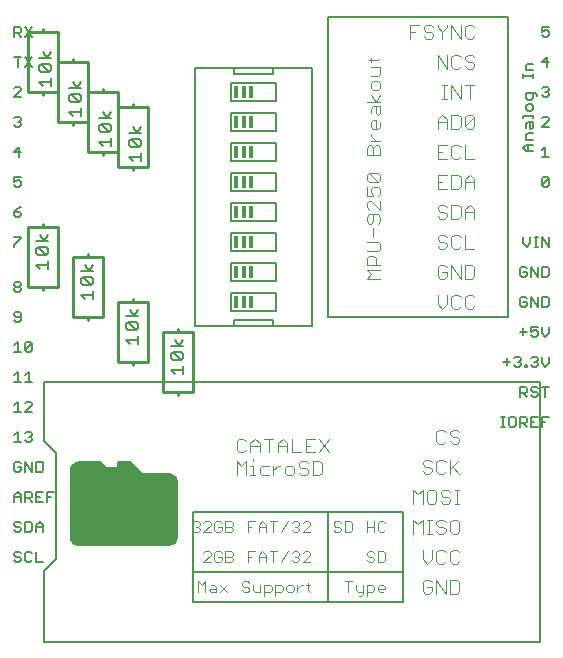
<source format=gto>
G75*
%MOIN*%
%OFA0B0*%
%FSLAX25Y25*%
%IPPOS*%
%LPD*%
%AMOC8*
5,1,8,0,0,1.08239X$1,22.5*
%
%ADD10C,0.00600*%
%ADD11C,0.01000*%
%ADD12C,0.00800*%
%ADD13R,0.01500X0.04000*%
%ADD14C,0.00500*%
%ADD15C,0.00400*%
%ADD16C,0.00300*%
D10*
X0021867Y0100824D02*
X0021300Y0101391D01*
X0021867Y0100824D02*
X0023001Y0100824D01*
X0023569Y0101391D01*
X0023569Y0101958D01*
X0023001Y0102525D01*
X0021867Y0102525D01*
X0021300Y0103092D01*
X0021300Y0103659D01*
X0021867Y0104227D01*
X0023001Y0104227D01*
X0023569Y0103659D01*
X0024983Y0103659D02*
X0024983Y0101391D01*
X0025550Y0100824D01*
X0026685Y0100824D01*
X0027252Y0101391D01*
X0028666Y0100824D02*
X0030935Y0100824D01*
X0028666Y0100824D02*
X0028666Y0104227D01*
X0027252Y0103659D02*
X0026685Y0104227D01*
X0025550Y0104227D01*
X0024983Y0103659D01*
X0024983Y0110824D02*
X0026685Y0110824D01*
X0027252Y0111391D01*
X0027252Y0113659D01*
X0026685Y0114227D01*
X0024983Y0114227D01*
X0024983Y0110824D01*
X0023569Y0111391D02*
X0023001Y0110824D01*
X0021867Y0110824D01*
X0021300Y0111391D01*
X0021867Y0112525D02*
X0021300Y0113092D01*
X0021300Y0113659D01*
X0021867Y0114227D01*
X0023001Y0114227D01*
X0023569Y0113659D01*
X0023001Y0112525D02*
X0023569Y0111958D01*
X0023569Y0111391D01*
X0023001Y0112525D02*
X0021867Y0112525D01*
X0028666Y0112525D02*
X0030935Y0112525D01*
X0030935Y0113092D02*
X0030935Y0110824D01*
X0030935Y0113092D02*
X0029801Y0114227D01*
X0028666Y0113092D01*
X0028666Y0110824D01*
X0028666Y0120824D02*
X0030935Y0120824D01*
X0032349Y0120824D02*
X0032349Y0124227D01*
X0034618Y0124227D01*
X0033484Y0122525D02*
X0032349Y0122525D01*
X0030935Y0124227D02*
X0028666Y0124227D01*
X0028666Y0120824D01*
X0027252Y0120824D02*
X0026117Y0121958D01*
X0026685Y0121958D02*
X0024983Y0121958D01*
X0024983Y0120824D02*
X0024983Y0124227D01*
X0026685Y0124227D01*
X0027252Y0123659D01*
X0027252Y0122525D01*
X0026685Y0121958D01*
X0028666Y0122525D02*
X0029801Y0122525D01*
X0023569Y0122525D02*
X0021300Y0122525D01*
X0021300Y0123092D02*
X0022434Y0124227D01*
X0023569Y0123092D01*
X0023569Y0120824D01*
X0021300Y0120824D02*
X0021300Y0123092D01*
X0021867Y0130824D02*
X0021300Y0131391D01*
X0021300Y0133659D01*
X0021867Y0134227D01*
X0023001Y0134227D01*
X0023569Y0133659D01*
X0023569Y0132525D02*
X0022434Y0132525D01*
X0023569Y0132525D02*
X0023569Y0131391D01*
X0023001Y0130824D01*
X0021867Y0130824D01*
X0024983Y0130824D02*
X0024983Y0134227D01*
X0027252Y0130824D01*
X0027252Y0134227D01*
X0028666Y0134227D02*
X0030368Y0134227D01*
X0030935Y0133659D01*
X0030935Y0131391D01*
X0030368Y0130824D01*
X0028666Y0130824D01*
X0028666Y0134227D01*
X0026685Y0140824D02*
X0025550Y0140824D01*
X0024983Y0141391D01*
X0023569Y0140824D02*
X0021300Y0140824D01*
X0022434Y0140824D02*
X0022434Y0144227D01*
X0021300Y0143092D01*
X0024983Y0143659D02*
X0025550Y0144227D01*
X0026685Y0144227D01*
X0027252Y0143659D01*
X0027252Y0143092D01*
X0026685Y0142525D01*
X0027252Y0141958D01*
X0027252Y0141391D01*
X0026685Y0140824D01*
X0026685Y0142525D02*
X0026117Y0142525D01*
X0024983Y0150824D02*
X0027252Y0153092D01*
X0027252Y0153659D01*
X0026685Y0154227D01*
X0025550Y0154227D01*
X0024983Y0153659D01*
X0022434Y0154227D02*
X0022434Y0150824D01*
X0021300Y0150824D02*
X0023569Y0150824D01*
X0024983Y0150824D02*
X0027252Y0150824D01*
X0022434Y0154227D02*
X0021300Y0153092D01*
X0021300Y0160824D02*
X0023569Y0160824D01*
X0022434Y0160824D02*
X0022434Y0164227D01*
X0021300Y0163092D01*
X0024983Y0163092D02*
X0026117Y0164227D01*
X0026117Y0160824D01*
X0024983Y0160824D02*
X0027252Y0160824D01*
X0026685Y0170824D02*
X0025550Y0170824D01*
X0024983Y0171391D01*
X0027252Y0173659D01*
X0027252Y0171391D01*
X0026685Y0170824D01*
X0024983Y0171391D02*
X0024983Y0173659D01*
X0025550Y0174227D01*
X0026685Y0174227D01*
X0027252Y0173659D01*
X0023569Y0170824D02*
X0021300Y0170824D01*
X0022434Y0170824D02*
X0022434Y0174227D01*
X0021300Y0173092D01*
X0021867Y0180824D02*
X0021300Y0181391D01*
X0021867Y0180824D02*
X0023001Y0180824D01*
X0023569Y0181391D01*
X0023569Y0183659D01*
X0023001Y0184227D01*
X0021867Y0184227D01*
X0021300Y0183659D01*
X0021300Y0183092D01*
X0021867Y0182525D01*
X0023569Y0182525D01*
X0023001Y0190824D02*
X0021867Y0190824D01*
X0021300Y0191391D01*
X0021300Y0191958D01*
X0021867Y0192525D01*
X0023001Y0192525D01*
X0023569Y0191958D01*
X0023569Y0191391D01*
X0023001Y0190824D01*
X0023001Y0192525D02*
X0023569Y0193092D01*
X0023569Y0193659D01*
X0023001Y0194227D01*
X0021867Y0194227D01*
X0021300Y0193659D01*
X0021300Y0193092D01*
X0021867Y0192525D01*
X0021300Y0205824D02*
X0021300Y0206391D01*
X0023569Y0208659D01*
X0023569Y0209227D01*
X0021300Y0209227D01*
X0021867Y0215824D02*
X0021300Y0216391D01*
X0021300Y0217525D01*
X0023001Y0217525D01*
X0023569Y0216958D01*
X0023569Y0216391D01*
X0023001Y0215824D01*
X0021867Y0215824D01*
X0021300Y0217525D02*
X0022434Y0218659D01*
X0023569Y0219227D01*
X0023001Y0225824D02*
X0021867Y0225824D01*
X0021300Y0226391D01*
X0021300Y0227525D02*
X0022434Y0228092D01*
X0023001Y0228092D01*
X0023569Y0227525D01*
X0023569Y0226391D01*
X0023001Y0225824D01*
X0021300Y0227525D02*
X0021300Y0229227D01*
X0023569Y0229227D01*
X0023001Y0235824D02*
X0023001Y0239227D01*
X0021300Y0237525D01*
X0023569Y0237525D01*
X0023001Y0245824D02*
X0021867Y0245824D01*
X0021300Y0246391D01*
X0022434Y0247525D02*
X0023001Y0247525D01*
X0023569Y0246958D01*
X0023569Y0246391D01*
X0023001Y0245824D01*
X0023001Y0247525D02*
X0023569Y0248092D01*
X0023569Y0248659D01*
X0023001Y0249227D01*
X0021867Y0249227D01*
X0021300Y0248659D01*
X0021300Y0255824D02*
X0023569Y0258092D01*
X0023569Y0258659D01*
X0023001Y0259227D01*
X0021867Y0259227D01*
X0021300Y0258659D01*
X0021300Y0255824D02*
X0023569Y0255824D01*
X0022434Y0265824D02*
X0022434Y0269227D01*
X0021300Y0269227D02*
X0023569Y0269227D01*
X0024983Y0269227D02*
X0027252Y0265824D01*
X0024983Y0265824D02*
X0027252Y0269227D01*
X0027252Y0275824D02*
X0024983Y0279227D01*
X0023569Y0278659D02*
X0023569Y0277525D01*
X0023001Y0276958D01*
X0021300Y0276958D01*
X0022434Y0276958D02*
X0023569Y0275824D01*
X0024983Y0275824D02*
X0027252Y0279227D01*
X0023569Y0278659D02*
X0023001Y0279227D01*
X0021300Y0279227D01*
X0021300Y0275824D01*
X0184276Y0167525D02*
X0186544Y0167525D01*
X0185410Y0168659D02*
X0185410Y0166391D01*
X0187959Y0166391D02*
X0188526Y0165824D01*
X0189660Y0165824D01*
X0190228Y0166391D01*
X0190228Y0166958D01*
X0189660Y0167525D01*
X0189093Y0167525D01*
X0189660Y0167525D02*
X0190228Y0168092D01*
X0190228Y0168659D01*
X0189660Y0169227D01*
X0188526Y0169227D01*
X0187959Y0168659D01*
X0191642Y0166391D02*
X0192209Y0166391D01*
X0192209Y0165824D01*
X0191642Y0165824D01*
X0191642Y0166391D01*
X0193484Y0166391D02*
X0194051Y0165824D01*
X0195185Y0165824D01*
X0195752Y0166391D01*
X0195752Y0166958D01*
X0195185Y0167525D01*
X0194618Y0167525D01*
X0195185Y0167525D02*
X0195752Y0168092D01*
X0195752Y0168659D01*
X0195185Y0169227D01*
X0194051Y0169227D01*
X0193484Y0168659D01*
X0197167Y0169227D02*
X0197167Y0166958D01*
X0198301Y0165824D01*
X0199435Y0166958D01*
X0199435Y0169227D01*
X0198301Y0175824D02*
X0199435Y0176958D01*
X0199435Y0179227D01*
X0197167Y0179227D02*
X0197167Y0176958D01*
X0198301Y0175824D01*
X0195752Y0176391D02*
X0195185Y0175824D01*
X0194051Y0175824D01*
X0193484Y0176391D01*
X0193484Y0177525D02*
X0194618Y0178092D01*
X0195185Y0178092D01*
X0195752Y0177525D01*
X0195752Y0176391D01*
X0193484Y0177525D02*
X0193484Y0179227D01*
X0195752Y0179227D01*
X0192069Y0177525D02*
X0189801Y0177525D01*
X0190935Y0178659D02*
X0190935Y0176391D01*
X0191502Y0185824D02*
X0192069Y0186391D01*
X0192069Y0187525D01*
X0190935Y0187525D01*
X0192069Y0188659D02*
X0191502Y0189227D01*
X0190368Y0189227D01*
X0189801Y0188659D01*
X0189801Y0186391D01*
X0190368Y0185824D01*
X0191502Y0185824D01*
X0193484Y0185824D02*
X0193484Y0189227D01*
X0195752Y0185824D01*
X0195752Y0189227D01*
X0197167Y0189227D02*
X0197167Y0185824D01*
X0198868Y0185824D01*
X0199435Y0186391D01*
X0199435Y0188659D01*
X0198868Y0189227D01*
X0197167Y0189227D01*
X0197167Y0195824D02*
X0198868Y0195824D01*
X0199435Y0196391D01*
X0199435Y0198659D01*
X0198868Y0199227D01*
X0197167Y0199227D01*
X0197167Y0195824D01*
X0195752Y0195824D02*
X0195752Y0199227D01*
X0193484Y0199227D02*
X0193484Y0195824D01*
X0192069Y0196391D02*
X0192069Y0197525D01*
X0190935Y0197525D01*
X0192069Y0196391D02*
X0191502Y0195824D01*
X0190368Y0195824D01*
X0189801Y0196391D01*
X0189801Y0198659D01*
X0190368Y0199227D01*
X0191502Y0199227D01*
X0192069Y0198659D01*
X0193484Y0199227D02*
X0195752Y0195824D01*
X0195846Y0205824D02*
X0194711Y0205824D01*
X0195279Y0205824D02*
X0195279Y0209227D01*
X0195846Y0209227D02*
X0194711Y0209227D01*
X0193297Y0209227D02*
X0193297Y0206958D01*
X0192163Y0205824D01*
X0191028Y0206958D01*
X0191028Y0209227D01*
X0197167Y0209227D02*
X0197167Y0205824D01*
X0199435Y0205824D02*
X0197167Y0209227D01*
X0199435Y0209227D02*
X0199435Y0205824D01*
X0198868Y0225824D02*
X0197734Y0225824D01*
X0197167Y0226391D01*
X0199435Y0228659D01*
X0199435Y0226391D01*
X0198868Y0225824D01*
X0197167Y0226391D02*
X0197167Y0228659D01*
X0197734Y0229227D01*
X0198868Y0229227D01*
X0199435Y0228659D01*
X0199435Y0235824D02*
X0197167Y0235824D01*
X0198301Y0235824D02*
X0198301Y0239227D01*
X0197167Y0238092D01*
X0194250Y0237631D02*
X0191981Y0237631D01*
X0190847Y0238765D01*
X0191981Y0239899D01*
X0194250Y0239899D01*
X0194250Y0241314D02*
X0191981Y0241314D01*
X0191981Y0243015D01*
X0192549Y0243582D01*
X0194250Y0243582D01*
X0193683Y0244997D02*
X0194250Y0245564D01*
X0194250Y0247266D01*
X0192549Y0247266D01*
X0191981Y0246698D01*
X0191981Y0245564D01*
X0193116Y0245564D02*
X0193116Y0247266D01*
X0193116Y0245564D02*
X0193683Y0244997D01*
X0194250Y0248680D02*
X0194250Y0249814D01*
X0194250Y0249247D02*
X0190847Y0249247D01*
X0190847Y0248680D01*
X0192549Y0251136D02*
X0193683Y0251136D01*
X0194250Y0251703D01*
X0194250Y0252837D01*
X0193683Y0253404D01*
X0192549Y0253404D01*
X0191981Y0252837D01*
X0191981Y0251703D01*
X0192549Y0251136D01*
X0192549Y0254819D02*
X0193683Y0254819D01*
X0194250Y0255386D01*
X0194250Y0257087D01*
X0194817Y0257087D02*
X0191981Y0257087D01*
X0191981Y0255386D01*
X0192549Y0254819D01*
X0195384Y0255953D02*
X0195384Y0256520D01*
X0194817Y0257087D01*
X0197167Y0256391D02*
X0197734Y0255824D01*
X0198868Y0255824D01*
X0199435Y0256391D01*
X0199435Y0256958D01*
X0198868Y0257525D01*
X0198301Y0257525D01*
X0198868Y0257525D02*
X0199435Y0258092D01*
X0199435Y0258659D01*
X0198868Y0259227D01*
X0197734Y0259227D01*
X0197167Y0258659D01*
X0194250Y0262185D02*
X0194250Y0263319D01*
X0194250Y0262752D02*
X0190847Y0262752D01*
X0190847Y0262185D02*
X0190847Y0263319D01*
X0191981Y0264640D02*
X0191981Y0266342D01*
X0192549Y0266909D01*
X0194250Y0266909D01*
X0194250Y0264640D02*
X0191981Y0264640D01*
X0197167Y0267525D02*
X0199435Y0267525D01*
X0198868Y0265824D02*
X0198868Y0269227D01*
X0197167Y0267525D01*
X0197734Y0275824D02*
X0197167Y0276391D01*
X0197734Y0275824D02*
X0198868Y0275824D01*
X0199435Y0276391D01*
X0199435Y0277525D01*
X0198868Y0278092D01*
X0198301Y0278092D01*
X0197167Y0277525D01*
X0197167Y0279227D01*
X0199435Y0279227D01*
X0198868Y0249227D02*
X0197734Y0249227D01*
X0197167Y0248659D01*
X0198868Y0249227D02*
X0199435Y0248659D01*
X0199435Y0248092D01*
X0197167Y0245824D01*
X0199435Y0245824D01*
X0192549Y0239899D02*
X0192549Y0237631D01*
X0191502Y0159227D02*
X0192069Y0158659D01*
X0192069Y0157525D01*
X0191502Y0156958D01*
X0189801Y0156958D01*
X0190935Y0156958D02*
X0192069Y0155824D01*
X0193484Y0156391D02*
X0194051Y0155824D01*
X0195185Y0155824D01*
X0195752Y0156391D01*
X0195752Y0156958D01*
X0195185Y0157525D01*
X0194051Y0157525D01*
X0193484Y0158092D01*
X0193484Y0158659D01*
X0194051Y0159227D01*
X0195185Y0159227D01*
X0195752Y0158659D01*
X0197167Y0159227D02*
X0199435Y0159227D01*
X0198301Y0159227D02*
X0198301Y0155824D01*
X0197167Y0149227D02*
X0199435Y0149227D01*
X0198301Y0147525D02*
X0197167Y0147525D01*
X0197167Y0145824D02*
X0197167Y0149227D01*
X0195752Y0149227D02*
X0193484Y0149227D01*
X0193484Y0145824D01*
X0195752Y0145824D01*
X0194618Y0147525D02*
X0193484Y0147525D01*
X0192069Y0147525D02*
X0191502Y0146958D01*
X0189801Y0146958D01*
X0190935Y0146958D02*
X0192069Y0145824D01*
X0192069Y0147525D02*
X0192069Y0148659D01*
X0191502Y0149227D01*
X0189801Y0149227D01*
X0189801Y0145824D01*
X0188386Y0146391D02*
X0188386Y0148659D01*
X0187819Y0149227D01*
X0186685Y0149227D01*
X0186117Y0148659D01*
X0186117Y0146391D01*
X0186685Y0145824D01*
X0187819Y0145824D01*
X0188386Y0146391D01*
X0184796Y0145824D02*
X0183662Y0145824D01*
X0184229Y0145824D02*
X0184229Y0149227D01*
X0183662Y0149227D02*
X0184796Y0149227D01*
X0189801Y0155824D02*
X0189801Y0159227D01*
X0191502Y0159227D01*
D11*
X0081000Y0157524D02*
X0076000Y0157524D01*
X0076000Y0156524D01*
X0076000Y0157524D02*
X0071000Y0157524D01*
X0071000Y0177524D01*
X0076000Y0177524D01*
X0076000Y0178524D01*
X0076000Y0177524D02*
X0081000Y0177524D01*
X0081000Y0157524D01*
X0066000Y0167524D02*
X0061000Y0167524D01*
X0061000Y0166524D01*
X0061000Y0167524D02*
X0056000Y0167524D01*
X0056000Y0187524D01*
X0061000Y0187524D01*
X0061000Y0188524D01*
X0061000Y0187524D02*
X0066000Y0187524D01*
X0066000Y0167524D01*
X0051000Y0182524D02*
X0046000Y0182524D01*
X0046000Y0181524D01*
X0046000Y0182524D02*
X0041000Y0182524D01*
X0041000Y0202524D01*
X0046000Y0202524D01*
X0046000Y0203524D01*
X0046000Y0202524D02*
X0051000Y0202524D01*
X0051000Y0182524D01*
X0036000Y0192524D02*
X0031000Y0192524D01*
X0031000Y0191524D01*
X0031000Y0192524D02*
X0026000Y0192524D01*
X0026000Y0212524D01*
X0031000Y0212524D01*
X0031000Y0213524D01*
X0031000Y0212524D02*
X0036000Y0212524D01*
X0036000Y0192524D01*
X0056000Y0232524D02*
X0061000Y0232524D01*
X0061000Y0231524D01*
X0061000Y0232524D02*
X0066000Y0232524D01*
X0066000Y0252524D01*
X0061000Y0252524D01*
X0061000Y0253524D01*
X0061000Y0252524D02*
X0056000Y0252524D01*
X0056000Y0232524D01*
X0056000Y0237524D02*
X0051000Y0237524D01*
X0051000Y0236524D01*
X0051000Y0237524D02*
X0046000Y0237524D01*
X0046000Y0257524D01*
X0051000Y0257524D01*
X0051000Y0258524D01*
X0051000Y0257524D02*
X0056000Y0257524D01*
X0056000Y0237524D01*
X0046000Y0247524D02*
X0041000Y0247524D01*
X0041000Y0246524D01*
X0041000Y0247524D02*
X0036000Y0247524D01*
X0036000Y0267524D01*
X0041000Y0267524D01*
X0041000Y0268524D01*
X0041000Y0267524D02*
X0046000Y0267524D01*
X0046000Y0247524D01*
X0036000Y0257524D02*
X0031000Y0257524D01*
X0031000Y0256524D01*
X0031000Y0257524D02*
X0026000Y0257524D01*
X0026000Y0277524D01*
X0031000Y0277524D01*
X0031000Y0278524D01*
X0031000Y0277524D02*
X0036000Y0277524D01*
X0036000Y0257524D01*
D12*
X0033600Y0259424D02*
X0033600Y0262226D01*
X0033600Y0260825D02*
X0029396Y0260825D01*
X0030798Y0259424D01*
X0030097Y0264028D02*
X0029396Y0264728D01*
X0029396Y0266129D01*
X0030097Y0266830D01*
X0032899Y0264028D01*
X0033600Y0264728D01*
X0033600Y0266129D01*
X0032899Y0266830D01*
X0030097Y0266830D01*
X0029396Y0268631D02*
X0033600Y0268631D01*
X0032199Y0268631D02*
X0033600Y0270733D01*
X0032199Y0268631D02*
X0030798Y0270733D01*
X0030097Y0264028D02*
X0032899Y0264028D01*
X0039396Y0258631D02*
X0043600Y0258631D01*
X0042199Y0258631D02*
X0043600Y0260733D01*
X0042199Y0258631D02*
X0040798Y0260733D01*
X0040097Y0256830D02*
X0042899Y0254028D01*
X0043600Y0254728D01*
X0043600Y0256129D01*
X0042899Y0256830D01*
X0040097Y0256830D01*
X0039396Y0256129D01*
X0039396Y0254728D01*
X0040097Y0254028D01*
X0042899Y0254028D01*
X0043600Y0252226D02*
X0043600Y0249424D01*
X0043600Y0250825D02*
X0039396Y0250825D01*
X0040798Y0249424D01*
X0049396Y0248631D02*
X0053600Y0248631D01*
X0052199Y0248631D02*
X0050798Y0250733D01*
X0052199Y0248631D02*
X0053600Y0250733D01*
X0052899Y0246830D02*
X0053600Y0246129D01*
X0053600Y0244728D01*
X0052899Y0244028D01*
X0050097Y0246830D01*
X0052899Y0246830D01*
X0052899Y0244028D02*
X0050097Y0244028D01*
X0049396Y0244728D01*
X0049396Y0246129D01*
X0050097Y0246830D01*
X0053600Y0242226D02*
X0053600Y0239424D01*
X0053600Y0240825D02*
X0049396Y0240825D01*
X0050798Y0239424D01*
X0059396Y0239728D02*
X0059396Y0241129D01*
X0060097Y0241830D01*
X0062899Y0239028D01*
X0063600Y0239728D01*
X0063600Y0241129D01*
X0062899Y0241830D01*
X0060097Y0241830D01*
X0059396Y0243631D02*
X0063600Y0243631D01*
X0062199Y0243631D02*
X0063600Y0245733D01*
X0062199Y0243631D02*
X0060798Y0245733D01*
X0059396Y0239728D02*
X0060097Y0239028D01*
X0062899Y0239028D01*
X0063600Y0237226D02*
X0063600Y0234424D01*
X0063600Y0235825D02*
X0059396Y0235825D01*
X0060798Y0234424D01*
X0081500Y0265524D02*
X0094500Y0265524D01*
X0107500Y0265524D01*
X0107500Y0263524D01*
X0094500Y0263524D01*
X0094500Y0265524D01*
X0093500Y0260524D02*
X0093500Y0254524D01*
X0108500Y0254524D01*
X0108500Y0260524D01*
X0093500Y0260524D01*
X0093500Y0250524D02*
X0093500Y0244524D01*
X0108500Y0244524D01*
X0108500Y0250524D01*
X0093500Y0250524D01*
X0093500Y0240524D02*
X0093500Y0234524D01*
X0108500Y0234524D01*
X0108500Y0240524D01*
X0093500Y0240524D01*
X0093500Y0230524D02*
X0093500Y0224524D01*
X0108500Y0224524D01*
X0108500Y0230524D01*
X0093500Y0230524D01*
X0093500Y0220524D02*
X0093500Y0214524D01*
X0108500Y0214524D01*
X0108500Y0220524D01*
X0093500Y0220524D01*
X0093500Y0210524D02*
X0093500Y0204524D01*
X0108500Y0204524D01*
X0108500Y0210524D01*
X0093500Y0210524D01*
X0093500Y0200524D02*
X0093500Y0194524D01*
X0108500Y0194524D01*
X0108500Y0200524D01*
X0093500Y0200524D01*
X0093500Y0190524D02*
X0093500Y0184524D01*
X0108500Y0184524D01*
X0108500Y0190524D01*
X0093500Y0190524D01*
X0094500Y0181524D02*
X0094500Y0179524D01*
X0107500Y0179524D01*
X0120500Y0179524D01*
X0120500Y0265524D01*
X0107500Y0265524D01*
X0081500Y0265524D02*
X0081500Y0179524D01*
X0094500Y0179524D01*
X0094500Y0181524D02*
X0107500Y0181524D01*
X0107500Y0179524D01*
X0077600Y0174689D02*
X0076199Y0172587D01*
X0074798Y0174689D01*
X0073396Y0172587D02*
X0077600Y0172587D01*
X0076899Y0170785D02*
X0077600Y0170085D01*
X0077600Y0168684D01*
X0076899Y0167983D01*
X0074097Y0170785D01*
X0076899Y0170785D01*
X0076899Y0167983D02*
X0074097Y0167983D01*
X0073396Y0168684D01*
X0073396Y0170085D01*
X0074097Y0170785D01*
X0077600Y0166182D02*
X0077600Y0163379D01*
X0077600Y0164780D02*
X0073396Y0164780D01*
X0074798Y0163379D01*
X0062600Y0173379D02*
X0062600Y0176182D01*
X0062600Y0174780D02*
X0058396Y0174780D01*
X0059798Y0173379D01*
X0059097Y0177983D02*
X0058396Y0178684D01*
X0058396Y0180085D01*
X0059097Y0180785D01*
X0061899Y0177983D01*
X0062600Y0178684D01*
X0062600Y0180085D01*
X0061899Y0180785D01*
X0059097Y0180785D01*
X0058396Y0182587D02*
X0062600Y0182587D01*
X0061199Y0182587D02*
X0062600Y0184689D01*
X0061199Y0182587D02*
X0059798Y0184689D01*
X0059097Y0177983D02*
X0061899Y0177983D01*
X0047600Y0188379D02*
X0047600Y0191182D01*
X0047600Y0189780D02*
X0043396Y0189780D01*
X0044798Y0188379D01*
X0044097Y0192983D02*
X0043396Y0193684D01*
X0043396Y0195085D01*
X0044097Y0195785D01*
X0046899Y0192983D01*
X0047600Y0193684D01*
X0047600Y0195085D01*
X0046899Y0195785D01*
X0044097Y0195785D01*
X0043396Y0197587D02*
X0047600Y0197587D01*
X0046199Y0197587D02*
X0044798Y0199689D01*
X0046199Y0197587D02*
X0047600Y0199689D01*
X0046899Y0192983D02*
X0044097Y0192983D01*
X0032600Y0198379D02*
X0032600Y0201182D01*
X0032600Y0199780D02*
X0028396Y0199780D01*
X0029798Y0198379D01*
X0029097Y0202983D02*
X0028396Y0203684D01*
X0028396Y0205085D01*
X0029097Y0205785D01*
X0031899Y0202983D01*
X0032600Y0203684D01*
X0032600Y0205085D01*
X0031899Y0205785D01*
X0029097Y0205785D01*
X0028396Y0207587D02*
X0032600Y0207587D01*
X0031199Y0207587D02*
X0029798Y0209689D01*
X0031199Y0207587D02*
X0032600Y0209689D01*
X0031899Y0202983D02*
X0029097Y0202983D01*
D13*
X0095250Y0207524D03*
X0097750Y0207524D03*
X0100250Y0207524D03*
X0100250Y0217524D03*
X0097750Y0217524D03*
X0095250Y0217524D03*
X0095250Y0227524D03*
X0097750Y0227524D03*
X0100250Y0227524D03*
X0100250Y0237524D03*
X0097750Y0237524D03*
X0095250Y0237524D03*
X0095250Y0247524D03*
X0097750Y0247524D03*
X0100250Y0247524D03*
X0100250Y0257524D03*
X0097750Y0257524D03*
X0095250Y0257524D03*
X0095250Y0197524D03*
X0097750Y0197524D03*
X0100250Y0197524D03*
X0100250Y0187524D03*
X0097750Y0187524D03*
X0095250Y0187524D03*
D14*
X0031236Y0097839D02*
X0031236Y0074217D01*
X0196591Y0074217D01*
X0196591Y0160831D01*
X0031236Y0160831D01*
X0031236Y0141146D01*
X0035173Y0137209D01*
X0035173Y0101776D01*
X0031236Y0097839D01*
X0040910Y0107197D02*
X0040564Y0107619D01*
X0040306Y0108100D01*
X0040148Y0108623D01*
X0040094Y0109166D01*
X0040094Y0131157D01*
X0040148Y0131700D01*
X0040306Y0132222D01*
X0040564Y0132704D01*
X0040910Y0133126D01*
X0041332Y0133472D01*
X0041813Y0133729D01*
X0042335Y0133887D01*
X0042878Y0133941D01*
X0049937Y0133941D01*
X0051906Y0131972D01*
X0055843Y0131972D01*
X0055843Y0133941D01*
X0059780Y0133941D01*
X0063717Y0130004D01*
X0072744Y0130004D01*
X0073287Y0129950D01*
X0073809Y0129792D01*
X0074290Y0129535D01*
X0074712Y0129189D01*
X0075058Y0128767D01*
X0075316Y0128285D01*
X0075474Y0127763D01*
X0075528Y0127220D01*
X0075528Y0109166D01*
X0075474Y0108623D01*
X0075316Y0108100D01*
X0075058Y0107619D01*
X0074712Y0107197D01*
X0074290Y0106851D01*
X0073809Y0106594D01*
X0073287Y0106435D01*
X0072744Y0106382D01*
X0042878Y0106382D01*
X0042335Y0106435D01*
X0041813Y0106594D01*
X0041332Y0106851D01*
X0040910Y0107197D01*
X0040911Y0107196D02*
X0074711Y0107196D01*
X0075099Y0107695D02*
X0040523Y0107695D01*
X0040278Y0108193D02*
X0075344Y0108193D01*
X0075481Y0108692D02*
X0040141Y0108692D01*
X0040094Y0109190D02*
X0075528Y0109190D01*
X0075528Y0109689D02*
X0040094Y0109689D01*
X0040094Y0110187D02*
X0075528Y0110187D01*
X0075528Y0110686D02*
X0040094Y0110686D01*
X0040094Y0111184D02*
X0075528Y0111184D01*
X0075528Y0111683D02*
X0040094Y0111683D01*
X0040094Y0112181D02*
X0075528Y0112181D01*
X0075528Y0112680D02*
X0040094Y0112680D01*
X0040094Y0113178D02*
X0075528Y0113178D01*
X0075528Y0113677D02*
X0040094Y0113677D01*
X0040094Y0114175D02*
X0075528Y0114175D01*
X0075528Y0114674D02*
X0040094Y0114674D01*
X0040094Y0115172D02*
X0075528Y0115172D01*
X0075528Y0115671D02*
X0040094Y0115671D01*
X0040094Y0116169D02*
X0075528Y0116169D01*
X0075528Y0116668D02*
X0040094Y0116668D01*
X0040094Y0117166D02*
X0075528Y0117166D01*
X0075528Y0117665D02*
X0040094Y0117665D01*
X0040094Y0118163D02*
X0075528Y0118163D01*
X0075528Y0118662D02*
X0040094Y0118662D01*
X0040094Y0119160D02*
X0075528Y0119160D01*
X0075528Y0119659D02*
X0040094Y0119659D01*
X0040094Y0120157D02*
X0075528Y0120157D01*
X0075528Y0120656D02*
X0040094Y0120656D01*
X0040094Y0121154D02*
X0075528Y0121154D01*
X0075528Y0121653D02*
X0040094Y0121653D01*
X0040094Y0122151D02*
X0075528Y0122151D01*
X0075528Y0122650D02*
X0040094Y0122650D01*
X0040094Y0123148D02*
X0075528Y0123148D01*
X0075528Y0123647D02*
X0040094Y0123647D01*
X0040094Y0124145D02*
X0075528Y0124145D01*
X0075528Y0124644D02*
X0040094Y0124644D01*
X0040094Y0125143D02*
X0075528Y0125143D01*
X0075528Y0125641D02*
X0040094Y0125641D01*
X0040094Y0126140D02*
X0075528Y0126140D01*
X0075528Y0126638D02*
X0040094Y0126638D01*
X0040094Y0127137D02*
X0075528Y0127137D01*
X0075487Y0127635D02*
X0040094Y0127635D01*
X0040094Y0128134D02*
X0075362Y0128134D01*
X0075130Y0128632D02*
X0040094Y0128632D01*
X0040094Y0129131D02*
X0074760Y0129131D01*
X0074114Y0129629D02*
X0040094Y0129629D01*
X0040094Y0130128D02*
X0063593Y0130128D01*
X0063094Y0130626D02*
X0040094Y0130626D01*
X0040094Y0131125D02*
X0062596Y0131125D01*
X0062097Y0131623D02*
X0040140Y0131623D01*
X0040276Y0132122D02*
X0051756Y0132122D01*
X0051258Y0132620D02*
X0040519Y0132620D01*
X0040904Y0133119D02*
X0050759Y0133119D01*
X0050261Y0133617D02*
X0041604Y0133617D01*
X0055843Y0133617D02*
X0060103Y0133617D01*
X0060602Y0133119D02*
X0055843Y0133119D01*
X0055843Y0132620D02*
X0061100Y0132620D01*
X0061599Y0132122D02*
X0055843Y0132122D01*
X0041619Y0106698D02*
X0074003Y0106698D01*
X0081000Y0097524D02*
X0126000Y0097524D01*
X0151000Y0097524D01*
X0151000Y0117524D01*
X0126000Y0117524D01*
X0126000Y0097524D01*
X0126000Y0087524D01*
X0151000Y0087524D01*
X0151000Y0097524D01*
X0126000Y0087524D02*
X0081000Y0087524D01*
X0081000Y0097524D01*
X0081000Y0117524D01*
X0126000Y0117524D01*
X0126000Y0182524D02*
X0126000Y0282524D01*
X0186000Y0282524D01*
X0186000Y0182524D01*
X0126000Y0182524D01*
D15*
X0138696Y0195125D02*
X0140231Y0196659D01*
X0138696Y0198194D01*
X0143300Y0198194D01*
X0143300Y0199729D02*
X0138696Y0199729D01*
X0138696Y0202031D01*
X0139463Y0202798D01*
X0140998Y0202798D01*
X0141765Y0202031D01*
X0141765Y0199729D01*
X0142533Y0204333D02*
X0143300Y0205100D01*
X0143300Y0206635D01*
X0142533Y0207402D01*
X0138696Y0207402D01*
X0140998Y0208937D02*
X0140998Y0212006D01*
X0140231Y0213541D02*
X0140998Y0214308D01*
X0140998Y0216610D01*
X0139463Y0216610D02*
X0138696Y0215842D01*
X0138696Y0214308D01*
X0139463Y0213541D01*
X0140231Y0213541D01*
X0142533Y0213541D02*
X0143300Y0214308D01*
X0143300Y0215842D01*
X0142533Y0216610D01*
X0139463Y0216610D01*
X0139463Y0218144D02*
X0138696Y0218912D01*
X0138696Y0220446D01*
X0139463Y0221214D01*
X0140231Y0221214D01*
X0143300Y0218144D01*
X0143300Y0221214D01*
X0142533Y0222748D02*
X0143300Y0223516D01*
X0143300Y0225050D01*
X0142533Y0225818D01*
X0140998Y0225818D01*
X0140231Y0225050D01*
X0140231Y0224283D01*
X0140998Y0222748D01*
X0138696Y0222748D01*
X0138696Y0225818D01*
X0139463Y0227352D02*
X0138696Y0228120D01*
X0138696Y0229654D01*
X0139463Y0230422D01*
X0142533Y0227352D01*
X0143300Y0228120D01*
X0143300Y0229654D01*
X0142533Y0230422D01*
X0139463Y0230422D01*
X0139463Y0227352D02*
X0142533Y0227352D01*
X0143300Y0236560D02*
X0138696Y0236560D01*
X0138696Y0238862D01*
X0139463Y0239629D01*
X0140231Y0239629D01*
X0140998Y0238862D01*
X0140998Y0236560D01*
X0143300Y0236560D02*
X0143300Y0238862D01*
X0142533Y0239629D01*
X0141765Y0239629D01*
X0140998Y0238862D01*
X0140231Y0241164D02*
X0143300Y0241164D01*
X0141765Y0241164D02*
X0140231Y0242699D01*
X0140231Y0243466D01*
X0140998Y0245001D02*
X0140231Y0245768D01*
X0140231Y0247303D01*
X0140998Y0248070D01*
X0141765Y0248070D01*
X0141765Y0245001D01*
X0140998Y0245001D02*
X0142533Y0245001D01*
X0143300Y0245768D01*
X0143300Y0247303D01*
X0142533Y0249605D02*
X0141765Y0250372D01*
X0141765Y0252674D01*
X0140998Y0252674D02*
X0143300Y0252674D01*
X0143300Y0250372D01*
X0142533Y0249605D01*
X0140231Y0250372D02*
X0140231Y0251907D01*
X0140998Y0252674D01*
X0141765Y0254209D02*
X0140231Y0256510D01*
X0140998Y0258045D02*
X0142533Y0258045D01*
X0143300Y0258812D01*
X0143300Y0260347D01*
X0142533Y0261114D01*
X0140998Y0261114D01*
X0140231Y0260347D01*
X0140231Y0258812D01*
X0140998Y0258045D01*
X0143300Y0256510D02*
X0141765Y0254209D01*
X0143300Y0254209D02*
X0138696Y0254209D01*
X0140231Y0262649D02*
X0142533Y0262649D01*
X0143300Y0263416D01*
X0143300Y0265718D01*
X0140231Y0265718D01*
X0140231Y0267253D02*
X0140231Y0268788D01*
X0139463Y0268020D02*
X0142533Y0268020D01*
X0143300Y0268788D01*
X0153180Y0275224D02*
X0153180Y0279828D01*
X0156250Y0279828D01*
X0157784Y0279060D02*
X0157784Y0278293D01*
X0158552Y0277526D01*
X0160086Y0277526D01*
X0160854Y0276758D01*
X0160854Y0275991D01*
X0160086Y0275224D01*
X0158552Y0275224D01*
X0157784Y0275991D01*
X0157784Y0279060D02*
X0158552Y0279828D01*
X0160086Y0279828D01*
X0160854Y0279060D01*
X0162388Y0279060D02*
X0163923Y0277526D01*
X0163923Y0275224D01*
X0163923Y0277526D02*
X0165457Y0279060D01*
X0165457Y0279828D01*
X0166992Y0279828D02*
X0170061Y0275224D01*
X0170061Y0279828D01*
X0171596Y0279060D02*
X0171596Y0275991D01*
X0172363Y0275224D01*
X0173898Y0275224D01*
X0174665Y0275991D01*
X0174665Y0279060D02*
X0173898Y0279828D01*
X0172363Y0279828D01*
X0171596Y0279060D01*
X0166992Y0279828D02*
X0166992Y0275224D01*
X0167759Y0269828D02*
X0166992Y0269060D01*
X0166992Y0265991D01*
X0167759Y0265224D01*
X0169294Y0265224D01*
X0170061Y0265991D01*
X0171596Y0265991D02*
X0172363Y0265224D01*
X0173898Y0265224D01*
X0174665Y0265991D01*
X0174665Y0266758D01*
X0173898Y0267526D01*
X0172363Y0267526D01*
X0171596Y0268293D01*
X0171596Y0269060D01*
X0172363Y0269828D01*
X0173898Y0269828D01*
X0174665Y0269060D01*
X0170061Y0269060D02*
X0169294Y0269828D01*
X0167759Y0269828D01*
X0165457Y0269828D02*
X0165457Y0265224D01*
X0162388Y0269828D01*
X0162388Y0265224D01*
X0163923Y0259828D02*
X0165457Y0259828D01*
X0164690Y0259828D02*
X0164690Y0255224D01*
X0163923Y0255224D02*
X0165457Y0255224D01*
X0166992Y0255224D02*
X0166992Y0259828D01*
X0170061Y0255224D01*
X0170061Y0259828D01*
X0171596Y0259828D02*
X0174665Y0259828D01*
X0173131Y0259828D02*
X0173131Y0255224D01*
X0172363Y0249828D02*
X0173898Y0249828D01*
X0174665Y0249060D01*
X0171596Y0245991D01*
X0172363Y0245224D01*
X0173898Y0245224D01*
X0174665Y0245991D01*
X0174665Y0249060D01*
X0172363Y0249828D02*
X0171596Y0249060D01*
X0171596Y0245991D01*
X0170061Y0245991D02*
X0170061Y0249060D01*
X0169294Y0249828D01*
X0166992Y0249828D01*
X0166992Y0245224D01*
X0169294Y0245224D01*
X0170061Y0245991D01*
X0169294Y0239828D02*
X0167759Y0239828D01*
X0166992Y0239060D01*
X0166992Y0235991D01*
X0167759Y0235224D01*
X0169294Y0235224D01*
X0170061Y0235991D01*
X0171596Y0235224D02*
X0174665Y0235224D01*
X0171596Y0235224D02*
X0171596Y0239828D01*
X0170061Y0239060D02*
X0169294Y0239828D01*
X0165457Y0239828D02*
X0162388Y0239828D01*
X0162388Y0235224D01*
X0165457Y0235224D01*
X0163923Y0237526D02*
X0162388Y0237526D01*
X0162388Y0245224D02*
X0162388Y0248293D01*
X0163923Y0249828D01*
X0165457Y0248293D01*
X0165457Y0245224D01*
X0165457Y0247526D02*
X0162388Y0247526D01*
X0162388Y0229828D02*
X0162388Y0225224D01*
X0165457Y0225224D01*
X0166992Y0225224D02*
X0169294Y0225224D01*
X0170061Y0225991D01*
X0170061Y0229060D01*
X0169294Y0229828D01*
X0166992Y0229828D01*
X0166992Y0225224D01*
X0163923Y0227526D02*
X0162388Y0227526D01*
X0162388Y0229828D02*
X0165457Y0229828D01*
X0171596Y0228293D02*
X0171596Y0225224D01*
X0171596Y0227526D02*
X0174665Y0227526D01*
X0174665Y0228293D02*
X0174665Y0225224D01*
X0174665Y0228293D02*
X0173131Y0229828D01*
X0171596Y0228293D01*
X0173131Y0219828D02*
X0171596Y0218293D01*
X0171596Y0215224D01*
X0170061Y0215991D02*
X0170061Y0219060D01*
X0169294Y0219828D01*
X0166992Y0219828D01*
X0166992Y0215224D01*
X0169294Y0215224D01*
X0170061Y0215991D01*
X0171596Y0217526D02*
X0174665Y0217526D01*
X0174665Y0218293D02*
X0174665Y0215224D01*
X0174665Y0218293D02*
X0173131Y0219828D01*
X0165457Y0219060D02*
X0164690Y0219828D01*
X0163156Y0219828D01*
X0162388Y0219060D01*
X0162388Y0218293D01*
X0163156Y0217526D01*
X0164690Y0217526D01*
X0165457Y0216758D01*
X0165457Y0215991D01*
X0164690Y0215224D01*
X0163156Y0215224D01*
X0162388Y0215991D01*
X0163156Y0209828D02*
X0162388Y0209060D01*
X0162388Y0208293D01*
X0163156Y0207526D01*
X0164690Y0207526D01*
X0165457Y0206758D01*
X0165457Y0205991D01*
X0164690Y0205224D01*
X0163156Y0205224D01*
X0162388Y0205991D01*
X0163156Y0209828D02*
X0164690Y0209828D01*
X0165457Y0209060D01*
X0166992Y0209060D02*
X0166992Y0205991D01*
X0167759Y0205224D01*
X0169294Y0205224D01*
X0170061Y0205991D01*
X0171596Y0205224D02*
X0174665Y0205224D01*
X0171596Y0205224D02*
X0171596Y0209828D01*
X0170061Y0209060D02*
X0169294Y0209828D01*
X0167759Y0209828D01*
X0166992Y0209060D01*
X0166992Y0199828D02*
X0170061Y0195224D01*
X0170061Y0199828D01*
X0171596Y0199828D02*
X0173898Y0199828D01*
X0174665Y0199060D01*
X0174665Y0195991D01*
X0173898Y0195224D01*
X0171596Y0195224D01*
X0171596Y0199828D01*
X0166992Y0199828D02*
X0166992Y0195224D01*
X0165457Y0195991D02*
X0165457Y0197526D01*
X0163923Y0197526D01*
X0165457Y0199060D02*
X0164690Y0199828D01*
X0163156Y0199828D01*
X0162388Y0199060D01*
X0162388Y0195991D01*
X0163156Y0195224D01*
X0164690Y0195224D01*
X0165457Y0195991D01*
X0165457Y0189828D02*
X0165457Y0186758D01*
X0163923Y0185224D01*
X0162388Y0186758D01*
X0162388Y0189828D01*
X0166992Y0189060D02*
X0166992Y0185991D01*
X0167759Y0185224D01*
X0169294Y0185224D01*
X0170061Y0185991D01*
X0171596Y0185991D02*
X0172363Y0185224D01*
X0173898Y0185224D01*
X0174665Y0185991D01*
X0171596Y0185991D02*
X0171596Y0189060D01*
X0172363Y0189828D01*
X0173898Y0189828D01*
X0174665Y0189060D01*
X0170061Y0189060D02*
X0169294Y0189828D01*
X0167759Y0189828D01*
X0166992Y0189060D01*
X0143300Y0195125D02*
X0138696Y0195125D01*
X0138696Y0204333D02*
X0142533Y0204333D01*
X0162759Y0144828D02*
X0161992Y0144060D01*
X0161992Y0140991D01*
X0162759Y0140224D01*
X0164294Y0140224D01*
X0165061Y0140991D01*
X0166596Y0140991D02*
X0167363Y0140224D01*
X0168898Y0140224D01*
X0169665Y0140991D01*
X0169665Y0141758D01*
X0168898Y0142526D01*
X0167363Y0142526D01*
X0166596Y0143293D01*
X0166596Y0144060D01*
X0167363Y0144828D01*
X0168898Y0144828D01*
X0169665Y0144060D01*
X0165061Y0144060D02*
X0164294Y0144828D01*
X0162759Y0144828D01*
X0162759Y0134828D02*
X0161992Y0134060D01*
X0161992Y0130991D01*
X0162759Y0130224D01*
X0164294Y0130224D01*
X0165061Y0130991D01*
X0166596Y0131758D02*
X0169665Y0134828D01*
X0166596Y0134828D02*
X0166596Y0130224D01*
X0167363Y0132526D02*
X0169665Y0130224D01*
X0169665Y0124828D02*
X0168131Y0124828D01*
X0168898Y0124828D02*
X0168898Y0120224D01*
X0168131Y0120224D02*
X0169665Y0120224D01*
X0166596Y0120991D02*
X0166596Y0121758D01*
X0165829Y0122526D01*
X0164294Y0122526D01*
X0163527Y0123293D01*
X0163527Y0124060D01*
X0164294Y0124828D01*
X0165829Y0124828D01*
X0166596Y0124060D01*
X0166596Y0120991D02*
X0165829Y0120224D01*
X0164294Y0120224D01*
X0163527Y0120991D01*
X0161992Y0120991D02*
X0161992Y0124060D01*
X0161225Y0124828D01*
X0159690Y0124828D01*
X0158923Y0124060D01*
X0158923Y0120991D01*
X0159690Y0120224D01*
X0161225Y0120224D01*
X0161992Y0120991D01*
X0157388Y0120224D02*
X0157388Y0124828D01*
X0155854Y0123293D01*
X0154319Y0124828D01*
X0154319Y0120224D01*
X0154319Y0114828D02*
X0155854Y0113293D01*
X0157388Y0114828D01*
X0157388Y0110224D01*
X0158923Y0110224D02*
X0160457Y0110224D01*
X0159690Y0110224D02*
X0159690Y0114828D01*
X0158923Y0114828D02*
X0160457Y0114828D01*
X0161992Y0114060D02*
X0161992Y0113293D01*
X0162759Y0112526D01*
X0164294Y0112526D01*
X0165061Y0111758D01*
X0165061Y0110991D01*
X0164294Y0110224D01*
X0162759Y0110224D01*
X0161992Y0110991D01*
X0161992Y0114060D02*
X0162759Y0114828D01*
X0164294Y0114828D01*
X0165061Y0114060D01*
X0166596Y0114060D02*
X0166596Y0110991D01*
X0167363Y0110224D01*
X0168898Y0110224D01*
X0169665Y0110991D01*
X0169665Y0114060D01*
X0168898Y0114828D01*
X0167363Y0114828D01*
X0166596Y0114060D01*
X0167363Y0104828D02*
X0166596Y0104060D01*
X0166596Y0100991D01*
X0167363Y0100224D01*
X0168898Y0100224D01*
X0169665Y0100991D01*
X0169665Y0104060D02*
X0168898Y0104828D01*
X0167363Y0104828D01*
X0165061Y0104060D02*
X0164294Y0104828D01*
X0162759Y0104828D01*
X0161992Y0104060D01*
X0161992Y0100991D01*
X0162759Y0100224D01*
X0164294Y0100224D01*
X0165061Y0100991D01*
X0160457Y0101758D02*
X0160457Y0104828D01*
X0160457Y0101758D02*
X0158923Y0100224D01*
X0157388Y0101758D01*
X0157388Y0104828D01*
X0154319Y0110224D02*
X0154319Y0114828D01*
X0158156Y0130224D02*
X0157388Y0130991D01*
X0158156Y0130224D02*
X0159690Y0130224D01*
X0160457Y0130991D01*
X0160457Y0131758D01*
X0159690Y0132526D01*
X0158156Y0132526D01*
X0157388Y0133293D01*
X0157388Y0134060D01*
X0158156Y0134828D01*
X0159690Y0134828D01*
X0160457Y0134060D01*
X0162759Y0134828D02*
X0164294Y0134828D01*
X0165061Y0134060D01*
X0165061Y0094828D02*
X0165061Y0090224D01*
X0161992Y0094828D01*
X0161992Y0090224D01*
X0160457Y0090991D02*
X0160457Y0092526D01*
X0158923Y0092526D01*
X0160457Y0094060D02*
X0159690Y0094828D01*
X0158156Y0094828D01*
X0157388Y0094060D01*
X0157388Y0090991D01*
X0158156Y0090224D01*
X0159690Y0090224D01*
X0160457Y0090991D01*
X0166596Y0090224D02*
X0168898Y0090224D01*
X0169665Y0090991D01*
X0169665Y0094060D01*
X0168898Y0094828D01*
X0166596Y0094828D01*
X0166596Y0090224D01*
X0126083Y0137251D02*
X0123013Y0141855D01*
X0121479Y0141855D02*
X0118409Y0141855D01*
X0118409Y0137251D01*
X0121479Y0137251D01*
X0123013Y0137251D02*
X0126083Y0141855D01*
X0119944Y0139553D02*
X0118409Y0139553D01*
X0116875Y0137251D02*
X0113805Y0137251D01*
X0113805Y0141855D01*
X0112271Y0140320D02*
X0112271Y0137251D01*
X0112271Y0139553D02*
X0109202Y0139553D01*
X0109202Y0140320D02*
X0109202Y0137251D01*
X0109202Y0140320D02*
X0110736Y0141855D01*
X0112271Y0140320D01*
X0107667Y0141855D02*
X0104598Y0141855D01*
X0106132Y0141855D02*
X0106132Y0137251D01*
X0103063Y0137251D02*
X0103063Y0140320D01*
X0101528Y0141855D01*
X0099994Y0140320D01*
X0099994Y0137251D01*
X0098459Y0138018D02*
X0097692Y0137251D01*
X0096157Y0137251D01*
X0095390Y0138018D01*
X0095390Y0141088D01*
X0096157Y0141855D01*
X0097692Y0141855D01*
X0098459Y0141088D01*
X0099994Y0139553D02*
X0103063Y0139553D01*
X0100761Y0135122D02*
X0100761Y0134355D01*
X0100761Y0132820D02*
X0099994Y0132820D01*
X0100761Y0132820D02*
X0100761Y0129751D01*
X0099994Y0129751D02*
X0101528Y0129751D01*
X0103063Y0130518D02*
X0103063Y0132053D01*
X0103830Y0132820D01*
X0106132Y0132820D01*
X0107667Y0132820D02*
X0107667Y0129751D01*
X0106132Y0129751D02*
X0103830Y0129751D01*
X0103063Y0130518D01*
X0107667Y0131286D02*
X0109202Y0132820D01*
X0109969Y0132820D01*
X0111504Y0132053D02*
X0111504Y0130518D01*
X0112271Y0129751D01*
X0113805Y0129751D01*
X0114573Y0130518D01*
X0114573Y0132053D01*
X0113805Y0132820D01*
X0112271Y0132820D01*
X0111504Y0132053D01*
X0116107Y0132820D02*
X0116875Y0132053D01*
X0118409Y0132053D01*
X0119177Y0131286D01*
X0119177Y0130518D01*
X0118409Y0129751D01*
X0116875Y0129751D01*
X0116107Y0130518D01*
X0116107Y0132820D02*
X0116107Y0133588D01*
X0116875Y0134355D01*
X0118409Y0134355D01*
X0119177Y0133588D01*
X0120711Y0134355D02*
X0120711Y0129751D01*
X0123013Y0129751D01*
X0123781Y0130518D01*
X0123781Y0133588D01*
X0123013Y0134355D01*
X0120711Y0134355D01*
X0098459Y0134355D02*
X0098459Y0129751D01*
X0096924Y0132820D02*
X0098459Y0134355D01*
X0096924Y0132820D02*
X0095390Y0134355D01*
X0095390Y0129751D01*
X0153180Y0277526D02*
X0154715Y0277526D01*
X0162388Y0279060D02*
X0162388Y0279828D01*
D16*
X0144318Y0114377D02*
X0143084Y0114377D01*
X0142467Y0113760D01*
X0142467Y0111291D01*
X0143084Y0110674D01*
X0144318Y0110674D01*
X0144936Y0111291D01*
X0144936Y0113760D02*
X0144318Y0114377D01*
X0141252Y0114377D02*
X0141252Y0110674D01*
X0141252Y0112525D02*
X0138784Y0112525D01*
X0138784Y0110674D02*
X0138784Y0114377D01*
X0133886Y0113760D02*
X0133886Y0111291D01*
X0133269Y0110674D01*
X0131417Y0110674D01*
X0131417Y0114377D01*
X0133269Y0114377D01*
X0133886Y0113760D01*
X0130203Y0113760D02*
X0129586Y0114377D01*
X0128351Y0114377D01*
X0127734Y0113760D01*
X0127734Y0113142D01*
X0128351Y0112525D01*
X0129586Y0112525D01*
X0130203Y0111908D01*
X0130203Y0111291D01*
X0129586Y0110674D01*
X0128351Y0110674D01*
X0127734Y0111291D01*
X0119936Y0110674D02*
X0117467Y0110674D01*
X0119936Y0113142D01*
X0119936Y0113760D01*
X0119318Y0114377D01*
X0118084Y0114377D01*
X0117467Y0113760D01*
X0116252Y0113760D02*
X0116252Y0113142D01*
X0115635Y0112525D01*
X0116252Y0111908D01*
X0116252Y0111291D01*
X0115635Y0110674D01*
X0114401Y0110674D01*
X0113784Y0111291D01*
X0115018Y0112525D02*
X0115635Y0112525D01*
X0116252Y0113760D02*
X0115635Y0114377D01*
X0114401Y0114377D01*
X0113784Y0113760D01*
X0112569Y0114377D02*
X0110101Y0110674D01*
X0107652Y0110674D02*
X0107652Y0114377D01*
X0108886Y0114377D02*
X0106417Y0114377D01*
X0105203Y0113142D02*
X0105203Y0110674D01*
X0105203Y0112525D02*
X0102734Y0112525D01*
X0102734Y0113142D02*
X0103969Y0114377D01*
X0105203Y0113142D01*
X0102734Y0113142D02*
X0102734Y0110674D01*
X0100285Y0112525D02*
X0099051Y0112525D01*
X0099051Y0110674D02*
X0099051Y0114377D01*
X0101520Y0114377D01*
X0094154Y0113760D02*
X0094154Y0113142D01*
X0093536Y0112525D01*
X0091685Y0112525D01*
X0090470Y0112525D02*
X0090470Y0111291D01*
X0089853Y0110674D01*
X0088619Y0110674D01*
X0088002Y0111291D01*
X0088002Y0113760D01*
X0088619Y0114377D01*
X0089853Y0114377D01*
X0090470Y0113760D01*
X0090470Y0112525D02*
X0089236Y0112525D01*
X0086787Y0113142D02*
X0086787Y0113760D01*
X0086170Y0114377D01*
X0084936Y0114377D01*
X0084319Y0113760D01*
X0083104Y0113760D02*
X0083104Y0113142D01*
X0082487Y0112525D01*
X0083104Y0111908D01*
X0083104Y0111291D01*
X0082487Y0110674D01*
X0081253Y0110674D01*
X0080635Y0111291D01*
X0081870Y0112525D02*
X0082487Y0112525D01*
X0083104Y0113760D02*
X0082487Y0114377D01*
X0081253Y0114377D01*
X0080635Y0113760D01*
X0084319Y0110674D02*
X0086787Y0113142D01*
X0086787Y0110674D02*
X0084319Y0110674D01*
X0084936Y0104377D02*
X0084319Y0103760D01*
X0084936Y0104377D02*
X0086170Y0104377D01*
X0086787Y0103760D01*
X0086787Y0103142D01*
X0084319Y0100674D01*
X0086787Y0100674D01*
X0088002Y0101291D02*
X0088619Y0100674D01*
X0089853Y0100674D01*
X0090470Y0101291D01*
X0090470Y0102525D01*
X0089236Y0102525D01*
X0088002Y0103760D02*
X0088002Y0101291D01*
X0088002Y0103760D02*
X0088619Y0104377D01*
X0089853Y0104377D01*
X0090470Y0103760D01*
X0091685Y0104377D02*
X0091685Y0100674D01*
X0093536Y0100674D01*
X0094154Y0101291D01*
X0094154Y0101908D01*
X0093536Y0102525D01*
X0091685Y0102525D01*
X0093536Y0102525D02*
X0094154Y0103142D01*
X0094154Y0103760D01*
X0093536Y0104377D01*
X0091685Y0104377D01*
X0091685Y0110674D02*
X0093536Y0110674D01*
X0094154Y0111291D01*
X0094154Y0111908D01*
X0093536Y0112525D01*
X0094154Y0113760D02*
X0093536Y0114377D01*
X0091685Y0114377D01*
X0091685Y0110674D01*
X0099051Y0104377D02*
X0099051Y0100674D01*
X0099051Y0102525D02*
X0100285Y0102525D01*
X0099051Y0104377D02*
X0101520Y0104377D01*
X0102734Y0103142D02*
X0103969Y0104377D01*
X0105203Y0103142D01*
X0105203Y0100674D01*
X0105203Y0102525D02*
X0102734Y0102525D01*
X0102734Y0103142D02*
X0102734Y0100674D01*
X0107652Y0100674D02*
X0107652Y0104377D01*
X0108886Y0104377D02*
X0106417Y0104377D01*
X0110101Y0100674D02*
X0112569Y0104377D01*
X0113784Y0103760D02*
X0114401Y0104377D01*
X0115635Y0104377D01*
X0116252Y0103760D01*
X0116252Y0103142D01*
X0115635Y0102525D01*
X0116252Y0101908D01*
X0116252Y0101291D01*
X0115635Y0100674D01*
X0114401Y0100674D01*
X0113784Y0101291D01*
X0115018Y0102525D02*
X0115635Y0102525D01*
X0117467Y0103760D02*
X0118084Y0104377D01*
X0119318Y0104377D01*
X0119936Y0103760D01*
X0119936Y0103142D01*
X0117467Y0100674D01*
X0119936Y0100674D01*
X0119312Y0093760D02*
X0119312Y0091291D01*
X0119929Y0090674D01*
X0119929Y0093142D02*
X0118695Y0093142D01*
X0117477Y0093142D02*
X0116860Y0093142D01*
X0115625Y0091908D01*
X0115625Y0090674D02*
X0115625Y0093142D01*
X0114411Y0092525D02*
X0113794Y0093142D01*
X0112559Y0093142D01*
X0111942Y0092525D01*
X0111942Y0091291D01*
X0112559Y0090674D01*
X0113794Y0090674D01*
X0114411Y0091291D01*
X0114411Y0092525D01*
X0110728Y0092525D02*
X0110728Y0091291D01*
X0110111Y0090674D01*
X0108259Y0090674D01*
X0108259Y0089439D02*
X0108259Y0093142D01*
X0110111Y0093142D01*
X0110728Y0092525D01*
X0107045Y0092525D02*
X0107045Y0091291D01*
X0106427Y0090674D01*
X0104576Y0090674D01*
X0103361Y0090674D02*
X0103361Y0093142D01*
X0104576Y0093142D02*
X0106427Y0093142D01*
X0107045Y0092525D01*
X0104576Y0093142D02*
X0104576Y0089439D01*
X0103361Y0090674D02*
X0101510Y0090674D01*
X0100893Y0091291D01*
X0100893Y0093142D01*
X0099678Y0093760D02*
X0099061Y0094377D01*
X0097827Y0094377D01*
X0097210Y0093760D01*
X0097210Y0093142D01*
X0097827Y0092525D01*
X0099061Y0092525D01*
X0099678Y0091908D01*
X0099678Y0091291D01*
X0099061Y0090674D01*
X0097827Y0090674D01*
X0097210Y0091291D01*
X0092312Y0090674D02*
X0089843Y0093142D01*
X0088629Y0092525D02*
X0088629Y0090674D01*
X0086777Y0090674D01*
X0086160Y0091291D01*
X0086777Y0091908D01*
X0088629Y0091908D01*
X0088629Y0092525D02*
X0088012Y0093142D01*
X0086777Y0093142D01*
X0084946Y0094377D02*
X0084946Y0090674D01*
X0082477Y0090674D02*
X0082477Y0094377D01*
X0083711Y0093142D01*
X0084946Y0094377D01*
X0089843Y0090674D02*
X0092312Y0093142D01*
X0131417Y0094377D02*
X0133886Y0094377D01*
X0132652Y0094377D02*
X0132652Y0090674D01*
X0135101Y0091291D02*
X0135718Y0090674D01*
X0137569Y0090674D01*
X0137569Y0090056D02*
X0137569Y0093142D01*
X0138784Y0093142D02*
X0140635Y0093142D01*
X0141252Y0092525D01*
X0141252Y0091291D01*
X0140635Y0090674D01*
X0138784Y0090674D01*
X0138784Y0089439D02*
X0138784Y0093142D01*
X0137569Y0090056D02*
X0136952Y0089439D01*
X0136335Y0089439D01*
X0135101Y0091291D02*
X0135101Y0093142D01*
X0142467Y0092525D02*
X0143084Y0093142D01*
X0144318Y0093142D01*
X0144936Y0092525D01*
X0144936Y0091908D01*
X0142467Y0091908D01*
X0142467Y0091291D02*
X0142467Y0092525D01*
X0142467Y0091291D02*
X0143084Y0090674D01*
X0144318Y0090674D01*
X0144318Y0100674D02*
X0142467Y0100674D01*
X0142467Y0104377D01*
X0144318Y0104377D01*
X0144936Y0103760D01*
X0144936Y0101291D01*
X0144318Y0100674D01*
X0141252Y0101291D02*
X0140635Y0100674D01*
X0139401Y0100674D01*
X0138784Y0101291D01*
X0139401Y0102525D02*
X0138784Y0103142D01*
X0138784Y0103760D01*
X0139401Y0104377D01*
X0140635Y0104377D01*
X0141252Y0103760D01*
X0140635Y0102525D02*
X0141252Y0101908D01*
X0141252Y0101291D01*
X0140635Y0102525D02*
X0139401Y0102525D01*
M02*

</source>
